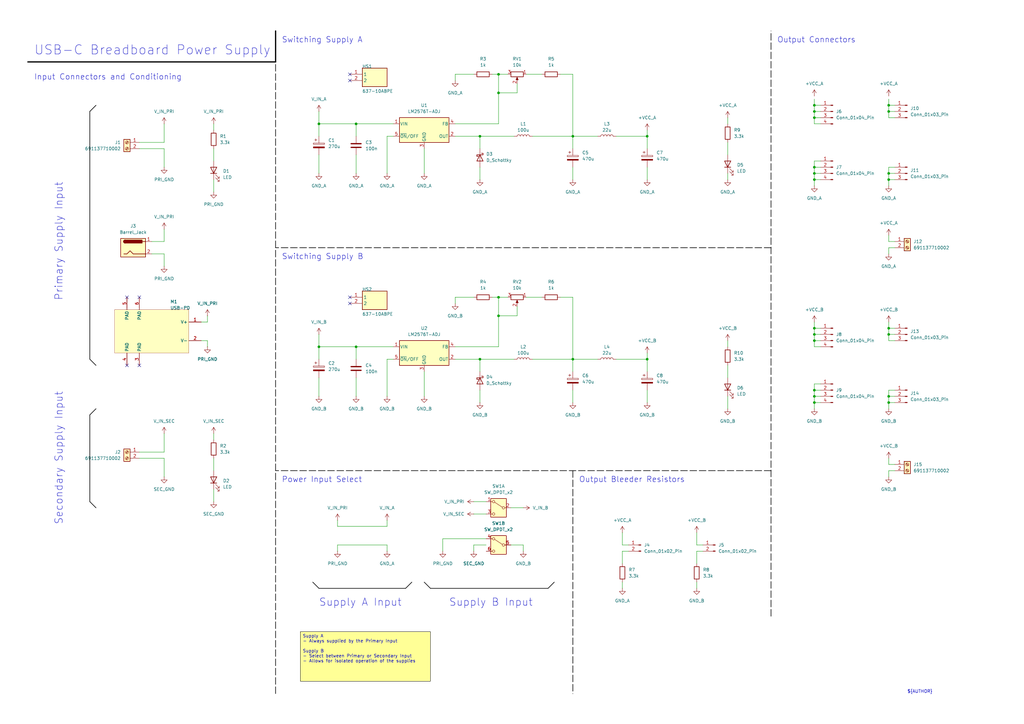
<source format=kicad_sch>
(kicad_sch (version 20250114) (generator "eeschema") (generator_version "9.0")
  (paper "A3")
  (text "Primary Supply Input" (at 24.13 99.06 90) (effects (font (size 3.048 3.048))))
  (text "Secondary Supply Input" (at 24.13 187.96 90) (effects (font (size 3.048 3.048))))
  (text "Switching Supply A" (at 115.57 17.78 0) (effects (font (size 2.286 2.286)) (justify left bottom)))
  (text "Supply A Input" (at 130.81 248.92 0) (effects (font (size 3.048 3.048)) (justify left bottom)))
  (text "Switching Supply B" (at 115.57 106.68 0) (effects (font (size 2.286 2.286)) (justify left bottom)))
  (text "Output Bleeder Resistors" (at 237.49 198.12 0) (effects (font (size 2.286 2.286)) (justify left bottom)))
  (text "Input Connectors and Conditioning" (at 13.97 33.02 0) (effects (font (size 2.286 2.286)) (justify left bottom)))
  (text "Power Input Select" (at 115.57 198.12 0) (effects (font (size 2.286 2.286)) (justify left bottom)))
  (text "${TITLE}" (at 315.468 270.764 0) (effects (font (size 3.048 3.048)) (justify left bottom)))
  (text "${AUTHOR}" (at 372.11 284.48 0) (effects (font (size 1.27 1.27)) (justify left bottom)))
  (text "Output Connectors" (at 318.77 17.78 0) (effects (font (size 2.286 2.286)) (justify left bottom)))
  (text "USB-C Breadboard Power Supply" (at 13.97 22.86 0) (effects (font (size 3.81 3.81)) (justify left bottom)))
  (text "Supply B Input" (at 184.15 248.92 0) (effects (font (size 3.048 3.048)) (justify left bottom)))
  (text "${REVISION}" (at 382.524 278.638 0) (effects (font (size 2.286 2.286)) (justify left bottom)))
  (text_box "Supply A\n- Always supplied by the Primary Input\n\nSupply B\n- Select between Primary or Secondary Input\n- Allows for isolated operation of the supplies" (at 176.53 259.08 0) (size -53.34 20.32) (margins 0.9525 0.9525 0.9525 0.9525) (stroke (width 0) (color 0 0 0 1)) (fill (type color) (color 255 255 150 1)) (effects (font (size 1.27 1.27)) (justify left top)))
  (junction (at 364.49 73.66))
  (junction (at 234.95 147.32))
  (junction (at 204.47 30.48))
  (junction (at 334.01 71.12))
  (junction (at 334.01 48.26))
  (junction (at 364.49 45.72))
  (junction (at 334.01 137.16))
  (junction (at 204.47 38.1))
  (junction (at 265.43 147.32))
  (junction (at 204.47 129.54))
  (junction (at 204.47 121.92))
  (junction (at 146.05 142.24))
  (junction (at 334.01 45.72))
  (junction (at 334.01 134.62))
  (junction (at 364.49 134.62))
  (junction (at 196.85 147.32))
  (junction (at 364.49 71.12))
  (junction (at 334.01 139.7))
  (junction (at 334.01 43.18))
  (junction (at 196.85 55.88))
  (junction (at 130.81 142.24))
  (junction (at 334.01 165.1))
  (junction (at 130.81 50.8))
  (junction (at 364.49 162.56))
  (junction (at 364.49 165.1))
  (junction (at 234.95 55.88))
  (junction (at 334.01 68.58))
  (junction (at 364.49 137.16))
  (junction (at 146.05 50.8))
  (junction (at 334.01 160.02))
  (junction (at 265.43 55.88))
  (junction (at 334.01 162.56))
  (junction (at 334.01 73.66))
  (junction (at 364.49 43.18))
  (no_connect (at 57.15 149.86))
  (no_connect (at 143.51 124.46))
  (no_connect (at 143.51 121.92))
  (no_connect (at 57.15 121.92))
  (no_connect (at 52.07 149.86))
  (no_connect (at 52.07 121.92))
  (no_connect (at 143.51 30.48))
  (no_connect (at 143.51 33.02))
  (wire (pts (xy 130.81 137.16) (xy 130.81 142.24)))
  (wire (pts (xy 367.03 193.04) (xy 364.49 193.04)))
  (wire (pts (xy 336.55 68.58) (xy 334.01 68.58)))
  (wire (pts (xy 204.47 30.48) (xy 208.28 30.48)))
  (wire (pts (xy 252.73 55.88) (xy 265.43 55.88)))
  (wire (pts (xy 334.01 142.24) (xy 336.55 142.24)))
  (wire (pts (xy 334.01 71.12) (xy 334.01 73.66)))
  (wire (pts (xy 255.27 241.3) (xy 255.27 238.76)))
  (wire (pts (xy 67.31 60.96) (xy 67.31 68.58)))
  (wire (pts (xy 146.05 142.24) (xy 146.05 147.32)))
  (wire (pts (xy 87.63 73.66) (xy 87.63 78.74)))
  (wire (pts (xy 364.49 190.5) (xy 364.49 187.96)))
  (wire (pts (xy 334.01 43.18) (xy 334.01 45.72)))
  (wire (pts (xy 218.44 147.32) (xy 234.95 147.32)))
  (polyline (pts (xy 36.83 147.32) (xy 39.37 149.86)) (stroke (width 0.254) (type solid) (color 0 0 0 1)))
  (wire (pts (xy 336.55 157.48) (xy 334.01 157.48)))
  (wire (pts (xy 67.31 99.06) (xy 62.23 99.06)))
  (wire (pts (xy 67.31 93.98) (xy 67.31 99.06)))
  (wire (pts (xy 85.09 139.7) (xy 82.55 139.7)))
  (wire (pts (xy 364.49 132.08) (xy 364.49 134.62)))
  (wire (pts (xy 334.01 134.62) (xy 336.55 134.62)))
  (wire (pts (xy 215.9 30.48) (xy 222.25 30.48)))
  (polyline (pts (xy 36.83 45.72) (xy 36.83 147.32)) (stroke (width 0.254) (type solid) (color 0 0 0 1)))
  (wire (pts (xy 255.27 226.06) (xy 257.81 226.06)))
  (wire (pts (xy 87.63 177.8) (xy 87.63 180.34)))
  (wire (pts (xy 234.95 147.32) (xy 234.95 152.4)))
  (wire (pts (xy 298.45 149.86) (xy 298.45 154.94)))
  (wire (pts (xy 158.75 55.88) (xy 161.29 55.88)))
  (wire (pts (xy 196.85 60.96) (xy 196.85 55.88)))
  (wire (pts (xy 364.49 43.18) (xy 364.49 45.72)))
  (wire (pts (xy 57.15 58.42) (xy 67.31 58.42)))
  (polyline (pts (xy 36.83 205.74) (xy 39.37 208.28)) (stroke (width 0.254) (type solid) (color 0 0 0 1)))
  (wire (pts (xy 186.69 142.24) (xy 204.47 142.24)))
  (wire (pts (xy 199.39 223.52) (xy 194.31 223.52)))
  (wire (pts (xy 336.55 66.04) (xy 334.01 66.04)))
  (wire (pts (xy 265.43 68.58) (xy 265.43 73.66)))
  (wire (pts (xy 158.75 215.9) (xy 158.75 213.36)))
  (wire (pts (xy 245.11 147.32) (xy 234.95 147.32)))
  (polyline (pts (xy 316.23 193.04) (xy 113.03 193.04)) (stroke (width 0.254) (type dash) (color 0 0 0 1)))
  (wire (pts (xy 364.49 134.62) (xy 367.03 134.62)))
  (wire (pts (xy 196.85 160.02) (xy 196.85 165.1)))
  (wire (pts (xy 138.43 215.9) (xy 158.75 215.9)))
  (wire (pts (xy 334.01 68.58) (xy 334.01 71.12)))
  (wire (pts (xy 298.45 71.12) (xy 298.45 73.66)))
  (wire (pts (xy 214.63 223.52) (xy 214.63 226.06)))
  (wire (pts (xy 336.55 71.12) (xy 334.01 71.12)))
  (wire (pts (xy 201.93 30.48) (xy 204.47 30.48)))
  (wire (pts (xy 204.47 142.24) (xy 204.47 129.54)))
  (wire (pts (xy 265.43 152.4) (xy 265.43 147.32)))
  (wire (pts (xy 158.75 226.06) (xy 158.75 223.52)))
  (wire (pts (xy 146.05 50.8) (xy 146.05 55.88)))
  (wire (pts (xy 57.15 185.42) (xy 67.31 185.42)))
  (wire (pts (xy 367.03 73.66) (xy 364.49 73.66)))
  (wire (pts (xy 255.27 218.44) (xy 255.27 223.52)))
  (wire (pts (xy 130.81 50.8) (xy 146.05 50.8)))
  (wire (pts (xy 334.01 45.72) (xy 336.55 45.72)))
  (wire (pts (xy 204.47 121.92) (xy 208.28 121.92)))
  (wire (pts (xy 146.05 50.8) (xy 161.29 50.8)))
  (wire (pts (xy 186.69 147.32) (xy 196.85 147.32)))
  (wire (pts (xy 87.63 187.96) (xy 87.63 193.04)))
  (wire (pts (xy 334.01 157.48) (xy 334.01 160.02)))
  (wire (pts (xy 285.75 218.44) (xy 285.75 223.52)))
  (polyline (pts (xy 39.37 43.18) (xy 36.83 45.72)) (stroke (width 0.254) (type solid) (color 0 0 0 1)))
  (wire (pts (xy 367.03 101.6) (xy 364.49 101.6)))
  (wire (pts (xy 173.99 162.56) (xy 173.99 152.4)))
  (wire (pts (xy 138.43 213.36) (xy 138.43 215.9)))
  (wire (pts (xy 212.09 125.73) (xy 212.09 129.54)))
  (wire (pts (xy 209.55 223.52) (xy 214.63 223.52)))
  (polyline (pts (xy 316.23 252.73) (xy 316.23 12.7)) (stroke (width 0.254) (type dash) (color 0 0 0 1)))
  (wire (pts (xy 186.69 50.8) (xy 204.47 50.8)))
  (wire (pts (xy 146.05 154.94) (xy 146.05 162.56)))
  (wire (pts (xy 265.43 160.02) (xy 265.43 165.1)))
  (wire (pts (xy 158.75 223.52) (xy 138.43 223.52)))
  (wire (pts (xy 336.55 73.66) (xy 334.01 73.66)))
  (polyline (pts (xy 316.23 101.6) (xy 113.03 101.6)) (stroke (width 0.254) (type dash) (color 0 0 0 1)))
  (wire (pts (xy 298.45 48.26) (xy 298.45 50.8)))
  (wire (pts (xy 234.95 68.58) (xy 234.95 73.66)))
  (wire (pts (xy 364.49 45.72) (xy 367.03 45.72)))
  (wire (pts (xy 334.01 73.66) (xy 334.01 76.2)))
  (wire (pts (xy 57.15 187.96) (xy 67.31 187.96)))
  (wire (pts (xy 194.31 210.82) (xy 199.39 210.82)))
  (polyline (pts (xy 166.37 241.3) (xy 168.91 238.76)) (stroke (width 0.254) (type solid) (color 0 0 0 1)))
  (polyline (pts (xy 113.03 284.48) (xy 113.03 25.4)) (stroke (width 0.254) (type dash) (color 0 0 0 1)))
  (wire (pts (xy 367.03 190.5) (xy 364.49 190.5)))
  (wire (pts (xy 298.45 162.56) (xy 298.45 167.64)))
  (wire (pts (xy 364.49 45.72) (xy 364.49 48.26)))
  (wire (pts (xy 364.49 101.6) (xy 364.49 104.14)))
  (wire (pts (xy 196.85 147.32) (xy 210.82 147.32)))
  (wire (pts (xy 130.81 63.5) (xy 130.81 71.12)))
  (polyline (pts (xy 173.99 238.76) (xy 176.53 241.3)) (stroke (width 0.254) (type solid) (color 0 0 0 1)))
  (wire (pts (xy 364.49 162.56) (xy 364.49 165.1)))
  (wire (pts (xy 336.55 160.02) (xy 334.01 160.02)))
  (wire (pts (xy 364.49 48.26) (xy 367.03 48.26)))
  (wire (pts (xy 285.75 226.06) (xy 285.75 231.14)))
  (wire (pts (xy 364.49 137.16) (xy 364.49 139.7)))
  (polyline (pts (xy 113.03 25.4) (xy 113.03 12.7)) (stroke (width 0.508) (type solid) (color 0 0 0 1)))
  (wire (pts (xy 204.47 50.8) (xy 204.47 38.1)))
  (wire (pts (xy 87.63 60.96) (xy 87.63 66.04)))
  (wire (pts (xy 367.03 99.06) (xy 364.49 99.06)))
  (wire (pts (xy 199.39 205.74) (xy 194.31 205.74)))
  (wire (pts (xy 285.75 223.52) (xy 288.29 223.52)))
  (wire (pts (xy 334.01 48.26) (xy 334.01 50.8)))
  (wire (pts (xy 181.61 220.98) (xy 181.61 226.06)))
  (polyline (pts (xy 176.53 241.3) (xy 224.79 241.3)) (stroke (width 0.254) (type solid) (color 0 0 0 1)))
  (wire (pts (xy 334.01 162.56) (xy 334.01 165.1)))
  (wire (pts (xy 87.63 50.8) (xy 87.63 53.34)))
  (wire (pts (xy 67.31 109.22) (xy 67.31 104.14)))
  (wire (pts (xy 229.87 30.48) (xy 234.95 30.48)))
  (wire (pts (xy 173.99 60.96) (xy 173.99 71.12)))
  (wire (pts (xy 214.63 208.28) (xy 209.55 208.28)))
  (wire (pts (xy 367.03 71.12) (xy 364.49 71.12)))
  (wire (pts (xy 57.15 60.96) (xy 67.31 60.96)))
  (wire (pts (xy 364.49 165.1) (xy 364.49 167.64)))
  (wire (pts (xy 218.44 55.88) (xy 234.95 55.88)))
  (wire (pts (xy 288.29 226.06) (xy 285.75 226.06)))
  (wire (pts (xy 130.81 142.24) (xy 146.05 142.24)))
  (polyline (pts (xy 39.37 167.64) (xy 36.83 170.18)) (stroke (width 0.254) (type solid) (color 0 0 0 1)))
  (wire (pts (xy 364.49 73.66) (xy 364.49 76.2)))
  (wire (pts (xy 334.01 137.16) (xy 336.55 137.16)))
  (wire (pts (xy 334.01 40.64) (xy 334.01 43.18)))
  (wire (pts (xy 367.03 165.1) (xy 364.49 165.1)))
  (wire (pts (xy 234.95 55.88) (xy 234.95 60.96)))
  (wire (pts (xy 196.85 152.4) (xy 196.85 147.32)))
  (wire (pts (xy 334.01 43.18) (xy 336.55 43.18)))
  (wire (pts (xy 334.01 139.7) (xy 336.55 139.7)))
  (wire (pts (xy 265.43 60.96) (xy 265.43 55.88)))
  (wire (pts (xy 186.69 30.48) (xy 186.69 33.02)))
  (polyline (pts (xy 130.81 241.3) (xy 166.37 241.3)) (stroke (width 0.254) (type solid) (color 0 0 0 1)))
  (wire (pts (xy 138.43 223.52) (xy 138.43 226.06)))
  (wire (pts (xy 367.03 162.56) (xy 364.49 162.56)))
  (wire (pts (xy 245.11 55.88) (xy 234.95 55.88)))
  (wire (pts (xy 367.03 160.02) (xy 364.49 160.02)))
  (wire (pts (xy 158.75 147.32) (xy 158.75 162.56)))
  (wire (pts (xy 186.69 30.48) (xy 194.31 30.48)))
  (wire (pts (xy 85.09 142.24) (xy 85.09 139.7)))
  (wire (pts (xy 85.09 132.08) (xy 85.09 129.54)))
  (wire (pts (xy 204.47 129.54) (xy 204.47 121.92)))
  (wire (pts (xy 146.05 63.5) (xy 146.05 71.12)))
  (wire (pts (xy 364.49 43.18) (xy 367.03 43.18)))
  (wire (pts (xy 186.69 121.92) (xy 186.69 124.46)))
  (wire (pts (xy 194.31 223.52) (xy 194.31 226.06)))
  (wire (pts (xy 234.95 147.32) (xy 234.95 121.92)))
  (wire (pts (xy 364.49 137.16) (xy 367.03 137.16)))
  (polyline (pts (xy 128.27 238.76) (xy 130.81 241.3)) (stroke (width 0.254) (type solid) (color 0 0 0 1)))
  (wire (pts (xy 334.01 132.08) (xy 334.01 134.62)))
  (wire (pts (xy 334.01 139.7) (xy 334.01 142.24)))
  (wire (pts (xy 201.93 121.92) (xy 204.47 121.92)))
  (wire (pts (xy 285.75 238.76) (xy 285.75 241.3)))
  (wire (pts (xy 199.39 220.98) (xy 181.61 220.98)))
  (wire (pts (xy 255.27 231.14) (xy 255.27 226.06)))
  (wire (pts (xy 215.9 121.92) (xy 222.25 121.92)))
  (wire (pts (xy 364.49 134.62) (xy 364.49 137.16)))
  (wire (pts (xy 265.43 55.88) (xy 265.43 53.34)))
  (wire (pts (xy 130.81 142.24) (xy 130.81 147.32)))
  (wire (pts (xy 234.95 160.02) (xy 234.95 165.1)))
  (wire (pts (xy 158.75 55.88) (xy 158.75 71.12)))
  (wire (pts (xy 229.87 121.92) (xy 234.95 121.92)))
  (wire (pts (xy 334.01 45.72) (xy 334.01 48.26)))
  (wire (pts (xy 334.01 134.62) (xy 334.01 137.16)))
  (wire (pts (xy 196.85 68.58) (xy 196.85 73.66)))
  (wire (pts (xy 364.49 160.02) (xy 364.49 162.56)))
  (wire (pts (xy 186.69 55.88) (xy 196.85 55.88)))
  (wire (pts (xy 334.01 165.1) (xy 334.01 167.64)))
  (wire (pts (xy 334.01 160.02) (xy 334.01 162.56)))
  (wire (pts (xy 334.01 48.26) (xy 336.55 48.26)))
  (wire (pts (xy 82.55 132.08) (xy 85.09 132.08)))
  (wire (pts (xy 336.55 165.1) (xy 334.01 165.1)))
  (wire (pts (xy 364.49 68.58) (xy 364.49 71.12)))
  (polyline (pts (xy 234.95 193.04) (xy 234.95 284.48)) (stroke (width 0.254) (type dash) (color 0 0 0 1)))
  (wire (pts (xy 265.43 147.32) (xy 265.43 144.78)))
  (wire (pts (xy 212.09 34.29) (xy 212.09 38.1)))
  (wire (pts (xy 336.55 162.56) (xy 334.01 162.56)))
  (wire (pts (xy 334.01 137.16) (xy 334.01 139.7)))
  (wire (pts (xy 196.85 55.88) (xy 210.82 55.88)))
  (wire (pts (xy 67.31 58.42) (xy 67.31 50.8)))
  (polyline (pts (xy 224.79 241.3) (xy 227.33 238.76)) (stroke (width 0.254) (type solid) (color 0 0 0 1)))
  (wire (pts (xy 364.49 99.06) (xy 364.49 96.52)))
  (wire (pts (xy 252.73 147.32) (xy 265.43 147.32)))
  (wire (pts (xy 130.81 154.94) (xy 130.81 162.56)))
  (wire (pts (xy 298.45 58.42) (xy 298.45 63.5)))
  (wire (pts (xy 234.95 55.88) (xy 234.95 30.48)))
  (wire (pts (xy 255.27 223.52) (xy 257.81 223.52)))
  (wire (pts (xy 298.45 139.7) (xy 298.45 142.24)))
  (wire (pts (xy 364.49 139.7) (xy 367.03 139.7)))
  (wire (pts (xy 212.09 129.54) (xy 204.47 129.54)))
  (wire (pts (xy 186.69 121.92) (xy 194.31 121.92)))
  (polyline (pts (xy 36.83 170.18) (xy 36.83 205.74)) (stroke (width 0.254) (type solid) (color 0 0 0 1)))
  (wire (pts (xy 146.05 142.24) (xy 161.29 142.24)))
  (wire (pts (xy 334.01 50.8) (xy 336.55 50.8)))
  (wire (pts (xy 364.49 193.04) (xy 364.49 195.58)))
  (wire (pts (xy 367.03 68.58) (xy 364.49 68.58)))
  (wire (pts (xy 67.31 187.96) (xy 67.31 195.58)))
  (wire (pts (xy 67.31 185.42) (xy 67.31 177.8)))
  (wire (pts (xy 364.49 71.12) (xy 364.49 73.66)))
  (wire (pts (xy 130.81 50.8) (xy 130.81 55.88)))
  (wire (pts (xy 204.47 38.1) (xy 204.47 30.48)))
  (wire (pts (xy 130.81 45.72) (xy 130.81 50.8)))
  (wire (pts (xy 334.01 66.04) (xy 334.01 68.58)))
  (wire (pts (xy 158.75 147.32) (xy 161.29 147.32)))
  (polyline (pts (xy 11.43 25.4) (xy 113.03 25.4)) (stroke (width 0.508) (type solid) (color 0 0 0 1)))
  (wire (pts (xy 364.49 40.64) (xy 364.49 43.18)))
  (wire (pts (xy 67.31 104.14) (xy 62.23 104.14)))
  (wire (pts (xy 87.63 200.66) (xy 87.63 205.74)))
  (wire (pts (xy 212.09 38.1) (xy 204.47 38.1)))
  (symbol (lib_id "power:GND") (at 234.95 73.66 0) (unit 1)
    (property "Reference" "#PWR037" (effects (hide yes)))
    (property "Value" "GND_A" (at 234.95 78.74 0))
    (property "Description" "Power symbol creates a global label with name \"GND\" , ground" (effects (hide yes)))
  )
  (symbol (lib_id "Connector:Conn_01x03_Pin") (at 372.11 162.56 0) (mirror y) (unit 1)
    (property "Reference" "J14" (at 373.38 161.2899 0) (effects (justify right)))
    (property "Value" "Conn_01x03_Pin" (at 373.38 163.8299 0) (effects (justify right)))
    (property "Footprint" "Connector_PinHeader_2.54mm:PinHeader_1x03_P2.54mm_Vertical" (effects (hide yes)))
    (property "Description" "Generic connector, single row, 01x03, script generated" (effects (hide yes)))
  )
  (symbol (lib_id "Connector:Screw_Terminal_01x02") (at 372.11 190.5 0) (unit 1)
    (property "Reference" "J15" (at 374.65 190.4999 0) (effects (justify left)))
    (property "Value" "691137710002" (at 374.65 193.0399 0) (effects (justify left)))
    (property "Footprint" "TerminalBlock_Phoenix:TerminalBlock_Phoenix_MKDS-1,5-2_1x02_P5.00mm_Horizontal" (effects (hide yes)))
    (property "Description" "Generic screw terminal, single row, 01x02, script generated (kicad-library-utils/schlib/autogen/connector/)" (effects (hide yes)))
  )
  (symbol (lib_id "Device:C_Polarized") (at 130.81 59.69 0) (unit 1)
    (property "Reference" "C1" (at 134.62 57.5309 0) (effects (justify left)))
    (property "Value" "270u" (at 134.62 60.0709 0) (effects (justify left)))
    (property "Footprint" "Capacitor_THT:CP_Radial_D8.0mm_P3.50mm" (effects (hide yes)))
    (property "Description" "Polarized capacitor" (effects (hide yes)))
  )
  (symbol (lib_id "power:GND") (at 364.49 167.64 0) (unit 1)
    (property "Reference" "#PWR060" (effects (hide yes)))
    (property "Value" "GND_B" (at 364.49 172.72 0))
    (property "Description" "Power symbol creates a global label with name \"GND\" , ground" (effects (hide yes)))
  )
  (symbol (lib_id "Device:LED") (at 87.63 196.85 90) (unit 1)
    (property "Reference" "D2" (at 91.44 197.1674 90) (effects (justify right)))
    (property "Value" "LED" (at 91.44 199.7074 90) (effects (justify right)))
    (property "Footprint" "LED_SMD:LED_0805_2012Metric" (effects (hide yes)))
    (property "Description" "Light emitting diode" (effects (hide yes)))
    (property "Sim.Pins" "1=K 2=A" (effects (hide yes)))
  )
  (symbol (lib_id "Device:R") (at 87.63 57.15 0) (unit 1)
    (property "Reference" "R1" (at 90.17 55.8799 0) (effects (justify left)))
    (property "Value" "3.3k" (at 90.17 58.4199 0) (effects (justify left)))
    (property "Footprint" "Resistor_SMD:R_0805_2012Metric" (effects (hide yes)))
    (property "Description" "Resistor" (effects (hide yes)))
  )
  (symbol (lib_id "USB-C_Power_Supply-altium-import:root_0_637-10ABPE") (at 143.51 30.48 0) (unit 1)
    (property "Reference" "HS1" (at 148.59 27.94 0) (effects (justify left bottom)))
    (property "Value" "637-10ABPE" (at 148.59 38.1 0) (effects (justify left bottom)))
    (property "Footprint" "USB-C Supply:63710ABPE" (effects (hide yes)))
    (property "Description" "Undefined or Miscellaneous" (effects (hide yes)))
    (property "DATASHEET LINK" "https://media.digikey.com/pdf/Data%20Sheets/Wakefield%20Thermal%20PDFs/634%20Heat%20Sinks.pdf" (effects (hide yes)))
    (property "HEIGHT" "25.4mm" (effects (hide yes)))
    (property "MANUFACTURER_NAME" "Wakefield Thermal" (effects (hide yes)))
    (property "MANUFACTURER_PART_NUMBER" "637-10ABPE" (effects (hide yes)))
    (property "MOUSER PART NUMBER" "567-637-10ABPE" (effects (hide yes)))
    (property "MOUSER PRICE/STOCK" "https://www.mouser.co.uk/ProductDetail/Wakefield-Vette/637-10ABPE?qs=1%252ByrAFyf4wFy1bU0h8s7wA%3D%3D" (effects (hide yes)))
  )
  (symbol (lib_id "Device:LED") (at 298.45 158.75 90) (unit 1)
    (property "Reference" "D6" (at 302.26 159.0674 90) (effects (justify right)))
    (property "Value" "LED" (at 302.26 161.6074 90) (effects (justify right)))
    (property "Footprint" "LED_SMD:LED_0805_2012Metric" (effects (hide yes)))
    (property "Description" "Light emitting diode" (effects (hide yes)))
    (property "Sim.Pins" "1=K 2=A" (effects (hide yes)))
  )
  (symbol (lib_id "power:+1V0") (at 364.49 187.96 0) (unit 1)
    (property "Reference" "#PWR061" (effects (hide yes)))
    (property "Value" "+VCC_B" (at 364.49 182.88 0))
    (property "Description" "Power symbol creates a global label with name \"+1V0\"" (effects (hide yes)))
  )
  (symbol (lib_id "power:GND") (at 173.99 162.56 0) (unit 1)
    (property "Reference" "#PWR026" (effects (hide yes)))
    (property "Value" "GND_B" (at 173.99 167.64 0))
    (property "Description" "Power symbol creates a global label with name \"GND\" , ground" (effects (hide yes)))
  )
  (symbol (lib_id "power:+1V0") (at 85.09 129.54 0) (unit 1)
    (property "Reference" "#PWR07" (effects (hide yes)))
    (property "Value" "V_IN_PRI" (at 85.09 124.46 0))
    (property "Description" "Power symbol creates a global label with name \"+1V0\"" (effects (hide yes)))
  )
  (symbol (lib_id "Device:C") (at 146.05 151.13 0) (unit 1)
    (property "Reference" "C4" (at 149.86 149.8599 0) (effects (justify left)))
    (property "Value" "100n" (at 149.86 152.3999 0) (effects (justify left)))
    (property "Footprint" "Capacitor_SMD:C_0805_2012Metric" (effects (hide yes)))
    (property "Description" "Unpolarized capacitor" (effects (hide yes)))
  )
  (symbol (lib_id "power:GND") (at 67.31 109.22 0) (unit 1)
    (property "Reference" "#PWR04" (effects (hide yes)))
    (property "Value" "PRI_GND" (at 67.31 114.3 0))
    (property "Description" "Power symbol creates a global label with name \"GND\" , ground" (effects (hide yes)))
  )
  (symbol (lib_id "Device:R") (at 87.63 184.15 0) (unit 1)
    (property "Reference" "R2" (at 90.17 182.8799 0) (effects (justify left)))
    (property "Value" "3.3k" (at 90.17 185.4199 0) (effects (justify left)))
    (property "Footprint" "Resistor_SMD:R_0805_2012Metric" (effects (hide yes)))
    (property "Description" "Resistor" (effects (hide yes)))
  )
  (symbol (lib_id "power:+1V0") (at 87.63 177.8 0) (unit 1)
    (property "Reference" "#PWR011" (effects (hide yes)))
    (property "Value" "V_IN_SEC" (at 87.63 172.72 0))
    (property "Description" "Power symbol creates a global label with name \"+1V0\"" (effects (hide yes)))
  )
  (symbol (lib_id "power:GND") (at 87.63 78.74 0) (unit 1)
    (property "Reference" "#PWR010" (effects (hide yes)))
    (property "Value" "PRI_GND" (at 87.63 83.82 0))
    (property "Description" "Power symbol creates a global label with name \"GND\" , ground" (effects (hide yes)))
  )
  (symbol (lib_id "power:+1V0") (at 255.27 218.44 0) (unit 1)
    (property "Reference" "#PWR039" (effects (hide yes)))
    (property "Value" "+VCC_A" (at 255.27 213.36 0))
    (property "Description" "Power symbol creates a global label with name \"+1V0\"" (effects (hide yes)))
  )
  (symbol (lib_id "Device:R") (at 198.12 121.92 90) (unit 1)
    (property "Reference" "R4" (at 198.12 115.57 90))
    (property "Value" "1k" (at 198.12 118.11 90))
    (property "Footprint" "Resistor_SMD:R_0805_2012Metric" (effects (hide yes)))
    (property "Description" "Resistor" (effects (hide yes)))
  )
  (symbol (lib_id "Device:R") (at 226.06 121.92 90) (unit 1)
    (property "Reference" "R6" (at 226.06 115.57 90))
    (property "Value" "1k" (at 226.06 118.11 90))
    (property "Footprint" "Resistor_SMD:R_0805_2012Metric" (effects (hide yes)))
    (property "Description" "Resistor" (effects (hide yes)))
  )
  (symbol (lib_id "power:GND") (at 146.05 162.56 0) (unit 1)
    (property "Reference" "#PWR020" (effects (hide yes)))
    (property "Value" "GND_B" (at 146.05 167.64 0))
    (property "Description" "Power symbol creates a global label with name \"GND\" , ground" (effects (hide yes)))
  )
  (symbol (lib_id "Device:R") (at 255.27 234.95 0) (unit 1)
    (property "Reference" "R7" (at 257.81 233.6799 0) (effects (justify left)))
    (property "Value" "3.3k" (at 257.81 236.2199 0) (effects (justify left)))
    (property "Footprint" "Resistor_SMD:R_0805_2012Metric" (effects (hide yes)))
    (property "Description" "Resistor" (effects (hide yes)))
  )
  (symbol (lib_id "Device:L") (at 248.92 147.32 90) (unit 1)
    (property "Reference" "L4" (at 248.92 142.24 90))
    (property "Value" "22u" (at 248.92 144.78 90))
    (property "Footprint" "Inductor_SMD:L_APV_ANR5020" (effects (hide yes)))
    (property "Description" "Inductor" (effects (hide yes)))
  )
  (symbol (lib_id "Connector:Barrel_Jack") (at 54.61 101.6 0) (unit 1)
    (property "Reference" "J3" (at 54.61 92.71 0))
    (property "Value" "Barrel_Jack" (at 54.61 95.25 0))
    (property "Footprint" "Connector_BarrelJack:BarrelJack_CUI_PJ-063AH_Horizontal" (effects (hide yes)))
    (property "Description" "DC Barrel Jack" (effects (hide yes)))
  )
  (symbol (lib_id "power:GND") (at 364.49 104.14 0) (unit 1)
    (property "Reference" "#PWR058" (effects (hide yes)))
    (property "Value" "GND_A" (at 364.49 109.22 0))
    (property "Description" "Power symbol creates a global label with name \"GND\" , ground" (effects (hide yes)))
  )
  (symbol (lib_id "Device:C_Polarized") (at 130.81 151.13 0) (unit 1)
    (property "Reference" "C2" (at 134.62 148.9709 0) (effects (justify left)))
    (property "Value" "270u" (at 134.62 151.5109 0) (effects (justify left)))
    (property "Footprint" "Capacitor_THT:CP_Radial_D8.0mm_P3.50mm" (effects (hide yes)))
    (property "Description" "Polarized capacitor" (effects (hide yes)))
  )
  (symbol (lib_id "Device:R") (at 298.45 54.61 0) (unit 1)
    (property "Reference" "R9" (at 300.99 53.3399 0) (effects (justify left)))
    (property "Value" "3.3k" (at 300.99 55.8799 0) (effects (justify left)))
    (property "Footprint" "Resistor_SMD:R_0805_2012Metric" (effects (hide yes)))
    (property "Description" "Resistor" (effects (hide yes)))
  )
  (symbol (lib_id "power:+1V0") (at 194.31 210.82 90) (unit 1)
    (property "Reference" "#PWR031" (effects (hide yes)))
    (property "Value" "V_IN_SEC" (at 190.5 210.8199 90) (effects (justify left)))
    (property "Description" "Power symbol creates a global label with name \"+1V0\"" (effects (hide yes)))
  )
  (symbol (lib_id "power:+1V0") (at 334.01 132.08 0) (unit 1)
    (property "Reference" "#PWR053" (effects (hide yes)))
    (property "Value" "+VCC_B" (at 334.01 127 0))
    (property "Description" "Power symbol creates a global label with name \"+1V0\"" (effects (hide yes)))
  )
  (symbol (lib_id "power:GND") (at 265.43 73.66 0) (unit 1)
    (property "Reference" "#PWR042" (effects (hide yes)))
    (property "Value" "GND_A" (at 265.43 78.74 0))
    (property "Description" "Power symbol creates a global label with name \"GND\" , ground" (effects (hide yes)))
  )
  (symbol (lib_id "power:GND") (at 146.05 71.12 0) (unit 1)
    (property "Reference" "#PWR019" (effects (hide yes)))
    (property "Value" "GND_A" (at 146.05 76.2 0))
    (property "Description" "Power symbol creates a global label with name \"GND\" , ground" (effects (hide yes)))
  )
  (symbol (lib_id "power:+1V0") (at 130.81 45.72 0) (unit 1)
    (property "Reference" "#PWR013" (effects (hide yes)))
    (property "Value" "V_IN_A" (at 130.81 40.64 0))
    (property "Description" "Power symbol creates a global label with name \"+1V0\"" (effects (hide yes)))
  )
  (symbol (lib_id "power:GND") (at 138.43 226.06 0) (unit 1)
    (property "Reference" "#PWR018" (effects (hide yes)))
    (property "Value" "PRI_GND" (at 138.43 231.14 0))
    (property "Description" "Power symbol creates a global label with name \"GND\" , ground" (effects (hide yes)))
  )
  (symbol (lib_id "Connector:Conn_01x03_Pin") (at 372.11 45.72 0) (mirror y) (unit 1)
    (property "Reference" "J10" (at 373.38 44.4499 0) (effects (justify right)))
    (property "Value" "Conn_01x03_Pin" (at 373.38 46.9899 0) (effects (justify right)))
    (property "Footprint" "Connector_PinHeader_2.54mm:PinHeader_1x03_P2.54mm_Vertical" (effects (hide yes)))
    (property "Description" "Generic connector, single row, 01x03, script generated" (effects (hide yes)))
  )
  (symbol (lib_id "power:+1V0") (at 364.49 132.08 0) (unit 1)
    (property "Reference" "#PWR059" (effects (hide yes)))
    (property "Value" "+VCC_B" (at 364.49 127 0))
    (property "Description" "Power symbol creates a global label with name \"+1V0\"" (effects (hide yes)))
  )
  (symbol (lib_id "power:GND") (at 158.75 226.06 0) (unit 1)
    (property "Reference" "#PWR024" (effects (hide yes)))
    (property "Value" "GND_A" (at 158.75 231.14 0))
    (property "Description" "Power symbol creates a global label with name \"GND\" , ground" (effects (hide yes)))
  )
  (symbol (lib_id "power:GND") (at 186.69 124.46 0) (unit 1)
    (property "Reference" "#PWR029" (effects (hide yes)))
    (property "Value" "GND_B" (at 186.69 129.54 0))
    (property "Description" "Power symbol creates a global label with name \"GND\" , ground" (effects (hide yes)))
  )
  (symbol (lib_id "Connector:Screw_Terminal_01x02") (at 372.11 99.06 0) (unit 1)
    (property "Reference" "J12" (at 374.65 99.0599 0) (effects (justify left)))
    (property "Value" "691137710002" (at 374.65 101.5999 0) (effects (justify left)))
    (property "Footprint" "TerminalBlock_Phoenix:TerminalBlock_Phoenix_MKDS-1,5-2_1x02_P5.00mm_Horizontal" (effects (hide yes)))
    (property "Description" "Generic screw terminal, single row, 01x02, script generated (kicad-library-utils/schlib/autogen/connector/)" (effects (hide yes)))
  )
  (symbol (lib_id "Device:C_Polarized") (at 234.95 64.77 0) (unit 1)
    (property "Reference" "C5" (at 238.76 62.6109 0) (effects (justify left)))
    (property "Value" "470u" (at 238.76 65.1509 0) (effects (justify left)))
    (property "Footprint" "Capacitor_THT:CP_Radial_D8.0mm_P3.50mm" (effects (hide yes)))
    (property "Description" "Polarized capacitor" (effects (hide yes)))
  )
  (symbol (lib_id "Device:R") (at 298.45 146.05 0) (unit 1)
    (property "Reference" "R10" (at 300.99 144.7799 0) (effects (justify left)))
    (property "Value" "3.3k" (at 300.99 147.3199 0) (effects (justify left)))
    (property "Footprint" "Resistor_SMD:R_0805_2012Metric" (effects (hide yes)))
    (property "Description" "Resistor" (effects (hide yes)))
  )
  (symbol (lib_id "Connector:Conn_01x04_Pin") (at 341.63 160.02 0) (mirror y) (unit 1)
    (property "Reference" "J9" (at 342.9 160.0199 0) (effects (justify right)))
    (property "Value" "Conn_01x04_Pin" (at 342.9 162.5599 0) (effects (justify right)))
    (property "Footprint" "Connector_PinHeader_2.54mm:PinHeader_1x04_P2.54mm_Vertical" (effects (hide yes)))
    (property "Description" "Generic connector, single row, 01x04, script generated" (effects (hide yes)))
  )
  (symbol (lib_id "power:+1V0") (at 265.43 53.34 0) (unit 1)
    (property "Reference" "#PWR041" (effects (hide yes)))
    (property "Value" "+VCC_A" (at 265.43 48.26 0))
    (property "Description" "Power symbol creates a global label with name \"+1V0\"" (effects (hide yes)))
  )
  (symbol (lib_id "power:GND") (at 334.01 76.2 0) (unit 1)
    (property "Reference" "#PWR052" (effects (hide yes)))
    (property "Value" "GND_A" (at 334.01 81.28 0))
    (property "Description" "Power symbol creates a global label with name \"GND\" , ground" (effects (hide yes)))
  )
  (symbol (lib_id "power:GND") (at 158.75 162.56 0) (unit 1)
    (property "Reference" "#PWR022" (effects (hide yes)))
    (property "Value" "GND_B" (at 158.75 167.64 0))
    (property "Description" "Power symbol creates a global label with name \"GND\" , ground" (effects (hide yes)))
  )
  (symbol (lib_id "power:+1V0") (at 334.01 39.37 0) (unit 1)
    (property "Reference" "#PWR051" (effects (hide yes)))
    (property "Value" "+VCC_A" (at 334.01 34.29 0))
    (property "Description" "Power symbol creates a global label with name \"+1V0\"" (effects (hide yes)))
  )
  (symbol (lib_id "Connector:Conn_01x03_Pin") (at 372.11 71.12 0) (mirror y) (unit 1)
    (property "Reference" "J11" (at 373.38 69.8499 0) (effects (justify right)))
    (property "Value" "Conn_01x03_Pin" (at 373.38 72.3899 0) (effects (justify right)))
    (property "Footprint" "Connector_PinHeader_2.54mm:PinHeader_1x03_P2.54mm_Vertical" (effects (hide yes)))
    (property "Description" "Generic connector, single row, 01x03, script generated" (effects (hide yes)))
  )
  (symbol (lib_id "power:+1V0") (at 67.31 93.98 0) (unit 1)
    (property "Reference" "#PWR03" (effects (hide yes)))
    (property "Value" "V_IN_PRI" (at 67.31 88.9 0))
    (property "Description" "Power symbol creates a global label with name \"+1V0\"" (effects (hide yes)))
  )
  (symbol (lib_id "power:GND") (at 181.61 226.06 0) (unit 1)
    (property "Reference" "#PWR027" (effects (hide yes)))
    (property "Value" "PRI_GND" (at 181.61 231.14 0))
    (property "Description" "Power symbol creates a global label with name \"GND\" , ground" (effects (hide yes)))
  )
  (symbol (lib_id "power:GND") (at 196.85 165.1 0) (unit 1)
    (property "Reference" "#PWR034" (effects (hide yes)))
    (property "Value" "GND_B" (at 196.85 170.18 0))
    (property "Description" "Power symbol creates a global label with name \"GND\" , ground" (effects (hide yes)))
  )
  (symbol (lib_id "power:GND") (at 67.31 195.58 0) (unit 1)
    (property "Reference" "#PWR06" (effects (hide yes)))
    (property "Value" "SEC_GND" (at 67.31 200.66 0))
    (property "Description" "Power symbol creates a global label with name \"GND\" , ground" (effects (hide yes)))
  )
  (symbol (lib_id "power:GND") (at 285.75 241.3 0) (unit 1)
    (property "Reference" "#PWR046" (effects (hide yes)))
    (property "Value" "GND_B" (at 285.75 246.38 0))
    (property "Description" "Power symbol creates a global label with name \"GND\" , ground" (effects (hide yes)))
  )
  (symbol (lib_id "power:GND") (at 234.95 165.1 0) (unit 1)
    (property "Reference" "#PWR038" (effects (hide yes)))
    (property "Value" "GND_B" (at 234.95 170.18 0))
    (property "Description" "Power symbol creates a global label with name \"GND\" , ground" (effects (hide yes)))
  )
  (symbol (lib_id "power:+1V0") (at 158.75 213.36 0) (unit 1)
    (property "Reference" "#PWR023" (effects (hide yes)))
    (property "Value" "V_IN_A" (at 158.75 208.28 0))
    (property "Description" "Power symbol creates a global label with name \"+1V0\"" (effects (hide yes)))
  )
  (symbol (lib_id "Connector:Screw_Terminal_01x02") (at 52.07 58.42 0) (mirror y) (unit 1)
    (property "Reference" "J1" (at 49.53 58.4199 0) (effects (justify left)))
    (property "Value" "691137710002" (at 49.53 60.9599 0) (effects (justify left)))
    (property "Footprint" "TerminalBlock_Phoenix:TerminalBlock_Phoenix_MKDS-1,5-2_1x02_P5.00mm_Horizontal" (effects (hide yes)))
    (property "Description" "Generic screw terminal, single row, 01x02, script generated (kicad-library-utils/schlib/autogen/connector/)" (effects (hide yes)))
  )
  (symbol (lib_id "Device:R_Potentiometer") (at 212.09 30.48 270) (unit 1)
    (property "Reference" "RV1" (at 212.09 24.13 90))
    (property "Value" "10k" (at 212.09 26.67 90))
    (property "Footprint" "Potentiometer_THT:Potentiometer_Vishay_T73YP_Vertical" (effects (hide yes)))
    (property "Description" "Potentiometer" (effects (hide yes)))
  )
  (symbol (lib_id "power:GND") (at 196.85 73.66 0) (unit 1)
    (property "Reference" "#PWR033" (effects (hide yes)))
    (property "Value" "GND_A" (at 196.85 78.74 0))
    (property "Description" "Power symbol creates a global label with name \"GND\" , ground" (effects (hide yes)))
  )
  (symbol (lib_id "power:GND") (at 298.45 73.66 0) (unit 1)
    (property "Reference" "#PWR048" (effects (hide yes)))
    (property "Value" "GND_A" (at 298.45 78.74 0))
    (property "Description" "Power symbol creates a global label with name \"GND\" , ground" (effects (hide yes)))
  )
  (symbol (lib_id "power:+1V0") (at 138.43 213.36 0) (unit 1)
    (property "Reference" "#PWR017" (effects (hide yes)))
    (property "Value" "V_IN_PRI" (at 138.43 208.28 0))
    (property "Description" "Power symbol creates a global label with name \"+1V0\"" (effects (hide yes)))
  )
  (symbol (lib_id "power:+1V0") (at 130.81 137.16 0) (unit 1)
    (property "Reference" "#PWR015" (effects (hide yes)))
    (property "Value" "V_IN_B" (at 130.81 132.08 0))
    (property "Description" "Power symbol creates a global label with name \"+1V0\"" (effects (hide yes)))
  )
  (symbol (lib_id "power:GND") (at 158.75 71.12 0) (unit 1)
    (property "Reference" "#PWR021" (effects (hide yes)))
    (property "Value" "GND_A" (at 158.75 76.2 0))
    (property "Description" "Power symbol creates a global label with name \"GND\" , ground" (effects (hide yes)))
  )
  (symbol (lib_id "power:+1V0") (at 285.75 218.44 0) (unit 1)
    (property "Reference" "#PWR045" (effects (hide yes)))
    (property "Value" "+VCC_B" (at 285.75 213.36 0))
    (property "Description" "Power symbol creates a global label with name \"+1V0\"" (effects (hide yes)))
  )
  (symbol (lib_id "power:+1V0") (at 67.31 177.8 0) (unit 1)
    (property "Reference" "#PWR05" (effects (hide yes)))
    (property "Value" "V_IN_SEC" (at 67.31 172.72 0))
    (property "Description" "Power symbol creates a global label with name \"+1V0\"" (effects (hide yes)))
  )
  (symbol (lib_id "Device:L") (at 214.63 55.88 90) (unit 1)
    (property "Reference" "L1" (at 214.63 50.8 90))
    (property "Value" "100u" (at 214.63 53.34 90))
    (property "Footprint" "Inductor_SMD:L_Bourns_SRR1210A" (effects (hide yes)))
    (property "Description" "Inductor" (effects (hide yes)))
  )
  (symbol (lib_id "power:GND") (at 87.63 205.74 0) (unit 1)
    (property "Reference" "#PWR012" (effects (hide yes)))
    (property "Value" "SEC_GND" (at 87.63 210.82 0))
    (property "Description" "Power symbol creates a global label with name \"GND\" , ground" (effects (hide yes)))
  )
  (symbol (lib_id "Device:D_Schottky") (at 196.85 156.21 270) (unit 1)
    (property "Reference" "D4" (at 199.39 154.6224 90) (effects (justify left)))
    (property "Value" "D_Schottky" (at 199.39 157.1624 90) (effects (justify left)))
    (property "Footprint" "Diode_SMD:D_SMA" (effects (hide yes)))
    (property "Description" "Schottky diode" (effects (hide yes)))
  )
  (symbol (lib_id "power:+1V0") (at 214.63 208.28 270) (unit 1)
    (property "Reference" "#PWR035" (effects (hide yes)))
    (property "Value" "V_IN_B" (at 218.44 208.2799 90) (effects (justify left)))
    (property "Description" "Power symbol creates a global label with name \"+1V0\"" (effects (hide yes)))
  )
  (symbol (lib_id "Device:L") (at 248.92 55.88 90) (unit 1)
    (property "Reference" "L3" (at 248.92 50.8 90))
    (property "Value" "22u" (at 248.92 53.34 90))
    (property "Footprint" "Inductor_SMD:L_APV_ANR5020" (effects (hide yes)))
    (property "Description" "Inductor" (effects (hide yes)))
  )
  (symbol (lib_id "Connector:Conn_01x04_Pin") (at 341.63 45.72 0) (mirror y) (unit 1)
    (property "Reference" "J6" (at 342.9 45.7199 0) (effects (justify right)))
    (property "Value" "Conn_01x04_Pin" (at 342.9 48.2599 0) (effects (justify right)))
    (property "Footprint" "Connector_PinHeader_2.54mm:PinHeader_1x04_P2.54mm_Vertical" (effects (hide yes)))
    (property "Description" "Generic connector, single row, 01x04, script generated" (effects (hide yes)))
  )
  (symbol (lib_id "USB-C_Power_Supply-altium-import:root_0_637-10ABPE") (at 143.51 121.92 0) (unit 1)
    (property "Reference" "HS2" (at 148.59 119.38 0) (effects (justify left bottom)))
    (property "Value" "637-10ABPE" (at 148.59 129.54 0) (effects (justify left bottom)))
    (property "Footprint" "USB-C Supply:63710ABPE" (effects (hide yes)))
    (property "Description" "Undefined or Miscellaneous" (effects (hide yes)))
    (property "DATASHEET LINK" "https://media.digikey.com/pdf/Data%20Sheets/Wakefield%20Thermal%20PDFs/634%20Heat%20Sinks.pdf" (effects (hide yes)))
    (property "HEIGHT" "25.4mm" (effects (hide yes)))
    (property "MANUFACTURER_NAME" "Wakefield Thermal" (effects (hide yes)))
    (property "MANUFACTURER_PART_NUMBER" "637-10ABPE" (effects (hide yes)))
    (property "MOUSER PART NUMBER" "567-637-10ABPE" (effects (hide yes)))
    (property "MOUSER PRICE/STOCK" "https://www.mouser.co.uk/ProductDetail/Wakefield-Vette/637-10ABPE?qs=1%252ByrAFyf4wFy1bU0h8s7wA%3D%3D" (effects (hide yes)))
  )
  (symbol (lib_id "power:GND") (at 364.49 76.2 0) (unit 1)
    (property "Reference" "#PWR056" (effects (hide yes)))
    (property "Value" "GND_A" (at 364.49 81.28 0))
    (property "Description" "Power symbol creates a global label with name \"GND\" , ground" (effects (hide yes)))
  )
  (symbol (lib_id "Device:C_Polarized") (at 265.43 64.77 0) (unit 1)
    (property "Reference" "C7" (at 269.24 62.6109 0) (effects (justify left)))
    (property "Value" "470u" (at 269.24 65.1509 0) (effects (justify left)))
    (property "Footprint" "Capacitor_THT:CP_Radial_D8.0mm_P3.50mm" (effects (hide yes)))
    (property "Description" "Polarized capacitor" (effects (hide yes)))
  )
  (symbol (lib_id "power:GND") (at 334.01 167.64 0) (unit 1)
    (property "Reference" "#PWR054" (effects (hide yes)))
    (property "Value" "GND_B" (at 334.01 172.72 0))
    (property "Description" "Power symbol creates a global label with name \"GND\" , ground" (effects (hide yes)))
  )
  (symbol (lib_id "USB-C_Power_Supply-altium-import:root_0_mirrored_USB-PD") (at 82.55 121.92 0) (unit 1)
    (property "Reference" "M1" (at 69.85 124.46 0) (effects (justify left bottom)))
    (property "Value" "USB-PD" (at 69.85 127 0) (effects (justify left bottom)))
    (property "Footprint" "USB-C Supply:USB_C-PD" (effects (hide yes)))
  )
  (symbol (lib_id "power:GND") (at 173.99 71.12 0) (unit 1)
    (property "Reference" "#PWR025" (effects (hide yes)))
    (property "Value" "GND_A" (at 173.99 76.2 0))
    (property "Description" "Power symbol creates a global label with name \"GND\" , ground" (effects (hide yes)))
  )
  (symbol (lib_id "Device:R_Potentiometer") (at 212.09 121.92 270) (unit 1)
    (property "Reference" "RV2" (at 212.09 115.57 90))
    (property "Value" "10k" (at 212.09 118.11 90))
    (property "Footprint" "Potentiometer_THT:Potentiometer_Vishay_T73YP_Vertical" (effects (hide yes)))
    (property "Description" "Potentiometer" (effects (hide yes)))
  )
  (symbol (lib_id "Device:LED") (at 298.45 67.31 90) (unit 1)
    (property "Reference" "D5" (at 302.26 67.6274 90) (effects (justify right)))
    (property "Value" "LED" (at 302.26 70.1674 90) (effects (justify right)))
    (property "Footprint" "LED_SMD:LED_0805_2012Metric" (effects (hide yes)))
    (property "Description" "Light emitting diode" (effects (hide yes)))
    (property "Sim.Pins" "1=K 2=A" (effects (hide yes)))
  )
  (symbol (lib_id "power:GND") (at 194.31 226.06 0) (unit 1)
    (property "Reference" "#PWR032" (effects (hide yes)))
    (property "Value" "SEC_GND" (at 194.31 231.14 0))
    (property "Description" "Power symbol creates a global label with name \"GND\" , ground" (effects (hide yes)))
  )
  (symbol (lib_id "Connector:Screw_Terminal_01x02") (at 52.07 185.42 0) (mirror y) (unit 1)
    (property "Reference" "J2" (at 49.53 185.4199 0) (effects (justify left)))
    (property "Value" "691137710002" (at 49.53 187.9599 0) (effects (justify left)))
    (property "Footprint" "TerminalBlock_Phoenix:TerminalBlock_Phoenix_MKDS-1,5-2_1x02_P5.00mm_Horizontal" (effects (hide yes)))
    (property "Description" "Generic screw terminal, single row, 01x02, script generated (kicad-library-utils/schlib/autogen/connector/)" (effects (hide yes)))
  )
  (symbol (lib_id "power:+1V0") (at 298.45 139.7 0) (unit 1)
    (property "Reference" "#PWR049" (effects (hide yes)))
    (property "Value" "+VCC_B" (at 298.45 134.62 0))
    (property "Description" "Power symbol creates a global label with name \"+1V0\"" (effects (hide yes)))
  )
  (symbol (lib_id "power:GND") (at 255.27 241.3 0) (unit 1)
    (property "Reference" "#PWR040" (effects (hide yes)))
    (property "Value" "GND_A" (at 255.27 246.38 0))
    (property "Description" "Power symbol creates a global label with name \"GND\" , ground" (effects (hide yes)))
  )
  (symbol (lib_id "power:+1V0") (at 67.31 50.8 0) (unit 1)
    (property "Reference" "#PWR01" (effects (hide yes)))
    (property "Value" "V_IN_PRI" (at 67.31 45.72 0))
    (property "Description" "Power symbol creates a global label with name \"+1V0\"" (effects (hide yes)))
  )
  (symbol (lib_id "power:+1V0") (at 265.43 144.78 0) (unit 1)
    (property "Reference" "#PWR043" (effects (hide yes)))
    (property "Value" "+VCC_B" (at 265.43 139.7 0))
    (property "Description" "Power symbol creates a global label with name \"+1V0\"" (effects (hide yes)))
  )
  (symbol (lib_id "power:GND") (at 298.45 167.64 0) (unit 1)
    (property "Reference" "#PWR050" (effects (hide yes)))
    (property "Value" "GND_B" (at 298.45 172.72 0))
    (property "Description" "Power symbol creates a global label with name \"GND\" , ground" (effects (hide yes)))
  )
  (symbol (lib_id "Device:C_Polarized") (at 234.95 156.21 0) (unit 1)
    (property "Reference" "C6" (at 238.76 154.0509 0) (effects (justify left)))
    (property "Value" "470u" (at 238.76 156.5909 0) (effects (justify left)))
    (property "Footprint" "Capacitor_THT:CP_Radial_D8.0mm_P3.50mm" (effects (hide yes)))
    (property "Description" "Polarized capacitor" (effects (hide yes)))
  )
  (symbol (lib_id "Device:L") (at 214.63 147.32 90) (unit 1)
    (property "Reference" "L2" (at 214.63 142.24 90))
    (property "Value" "100u" (at 214.63 144.78 90))
    (property "Footprint" "Inductor_SMD:L_Bourns_SRR1210A" (effects (hide yes)))
    (property "Description" "Inductor" (effects (hide yes)))
  )
  (symbol (lib_id "power:+1V0") (at 364.49 96.52 0) (unit 1)
    (property "Reference" "#PWR057" (effects (hide yes)))
    (property "Value" "+VCC_A" (at 364.49 91.44 0))
    (property "Description" "Power symbol creates a global label with name \"+1V0\"" (effects (hide yes)))
  )
  (symbol (lib_id "power:+1V0") (at 87.63 50.8 0) (unit 1)
    (property "Reference" "#PWR09" (effects (hide yes)))
    (property "Value" "V_IN_PRI" (at 87.63 45.72 0))
    (property "Description" "Power symbol creates a global label with name \"+1V0\"" (effects (hide yes)))
  )
  (symbol (lib_id "Switch:SW_DPDT_x2") (at 204.47 208.28 0) (mirror y) (unit 1)
    (property "Reference" "SW1" (at 204.47 199.39 0))
    (property "Value" "SW_DPDT_x2" (at 204.47 201.93 0))
    (property "Footprint" "USB-C Supply:GF1260305" (effects (hide yes)))
    (property "Description" "Switch, dual pole double throw, separate symbols" (effects (hide yes)))
  )
  (symbol (lib_id "power:GND") (at 214.63 226.06 0) (unit 1)
    (property "Reference" "#PWR036" (effects (hide yes)))
    (property "Value" "GND_B" (at 214.63 231.14 0))
    (property "Description" "Power symbol creates a global label with name \"GND\" , ground" (effects (hide yes)))
  )
  (symbol (lib_id "Connector:Conn_01x02_Pin") (at 293.37 223.52 0) (mirror y) (unit 1)
    (property "Reference" "J5" (at 294.64 223.5199 0) (effects (justify right)))
    (property "Value" "Conn_01x02_Pin" (at 294.64 226.0599 0) (effects (justify right)))
    (property "Footprint" "Connector_PinHeader_2.54mm:PinHeader_1x02_P2.54mm_Vertical" (effects (hide yes)))
    (property "Description" "Generic connector, single row, 01x02, script generated" (effects (hide yes)))
  )
  (symbol (lib_id "power:+1V0") (at 194.31 205.74 90) (unit 1)
    (property "Reference" "#PWR030" (effects (hide yes)))
    (property "Value" "V_IN_PRI" (at 190.5 205.7399 90) (effects (justify left)))
    (property "Description" "Power symbol creates a global label with name \"+1V0\"" (effects (hide yes)))
  )
  (symbol (lib_id "power:GND") (at 85.09 142.24 0) (unit 1)
    (property "Reference" "#PWR08" (effects (hide yes)))
    (property "Value" "PRI_GND" (at 85.09 147.32 0))
    (property "Description" "Power symbol creates a global label with name \"GND\" , ground" (effects (hide yes)))
  )
  (symbol (lib_id "Device:C_Polarized") (at 265.43 156.21 0) (unit 1)
    (property "Reference" "C8" (at 269.24 154.0509 0) (effects (justify left)))
    (property "Value" "470u" (at 269.24 156.5909 0) (effects (justify left)))
    (property "Footprint" "Capacitor_THT:CP_Radial_D8.0mm_P3.50mm" (effects (hide yes)))
    (property "Description" "Polarized capacitor" (effects (hide yes)))
  )
  (symbol (lib_id "power:GND") (at 130.81 71.12 0) (unit 1)
    (property "Reference" "#PWR014" (effects (hide yes)))
    (property "Value" "GND_A" (at 130.81 76.2 0))
    (property "Description" "Power symbol creates a global label with name \"GND\" , ground" (effects (hide yes)))
  )
  (symbol (lib_id "Connector:Conn_01x03_Pin") (at 372.11 137.16 0) (mirror y) (unit 1)
    (property "Reference" "J13" (at 373.38 135.8899 0) (effects (justify right)))
    (property "Value" "Conn_01x03_Pin" (at 373.38 138.4299 0) (effects (justify right)))
    (property "Footprint" "Connector_PinHeader_2.54mm:PinHeader_1x03_P2.54mm_Vertical" (effects (hide yes)))
    (property "Description" "Generic connector, single row, 01x03, script generated" (effects (hide yes)))
  )
  (symbol (lib_id "Device:R") (at 198.12 30.48 90) (unit 1)
    (property "Reference" "R3" (at 198.12 24.13 90))
    (property "Value" "1k" (at 198.12 26.67 90))
    (property "Footprint" "Resistor_SMD:R_0805_2012Metric" (effects (hide yes)))
    (property "Description" "Resistor" (effects (hide yes)))
  )
  (symbol (lib_id "Switch:SW_DPDT_x2") (at 204.47 223.52 0) (mirror y) (unit 2)
    (property "Reference" "SW1" (at 204.47 214.63 0))
    (property "Value" "SW_DPDT_x2" (at 204.47 217.17 0))
    (property "Footprint" "USB-C Supply:GF1260305" (effects (hide yes)))
    (property "Description" "Switch, dual pole double throw, separate symbols" (effects (hide yes)))
  )
  (symbol (lib_id "Connector:Conn_01x04_Pin") (at 341.63 137.16 0) (mirror y) (unit 1)
    (property "Reference" "J8" (at 342.9 137.1599 0) (effects (justify right)))
    (property "Value" "Conn_01x04_Pin" (at 342.9 139.6999 0) (effects (justify right)))
    (property "Footprint" "Connector_PinHeader_2.54mm:PinHeader_1x04_P2.54mm_Vertical" (effects (hide yes)))
    (property "Description" "Generic connector, single row, 01x04, script generated" (effects (hide yes)))
  )
  (symbol (lib_id "power:GND") (at 186.69 33.02 0) (unit 1)
    (property "Reference" "#PWR028" (effects (hide yes)))
    (property "Value" "GND_A" (at 186.69 38.1 0))
    (property "Description" "Power symbol creates a global label with name \"GND\" , ground" (effects (hide yes)))
  )
  (symbol (lib_id "Connector:Conn_01x02_Pin") (at 262.89 223.52 0) (mirror y) (unit 1)
    (property "Reference" "J4" (at 264.16 223.5199 0) (effects (justify right)))
    (property "Value" "Conn_01x02_Pin" (at 264.16 226.0599 0) (effects (justify right)))
    (property "Footprint" "Connector_PinHeader_2.54mm:PinHeader_1x02_P2.54mm_Vertical" (effects (hide yes)))
    (property "Description" "Generic connector, single row, 01x02, script generated" (effects (hide yes)))
  )
  (symbol (lib_id "Connector:Conn_01x04_Pin") (at 341.63 68.58 0) (mirror y) (unit 1)
    (property "Reference" "J7" (at 342.9 68.5799 0) (effects (justify right)))
    (property "Value" "Conn_01x04_Pin" (at 342.9 71.1199 0) (effects (justify right)))
    (property "Footprint" "Connector_PinHeader_2.54mm:PinHeader_1x04_P2.54mm_Vertical" (effects (hide yes)))
    (property "Description" "Generic connector, single row, 01x04, script generated" (effects (hide yes)))
  )
  (symbol (lib_id "power:GND") (at 67.31 68.58 0) (unit 1)
    (property "Reference" "#PWR02" (effects (hide yes)))
    (property "Value" "PRI_GND" (at 67.31 73.66 0))
    (property "Description" "Power symbol creates a global label with name \"GND\" , ground" (effects (hide yes)))
  )
  (symbol (lib_id "power:+1V0") (at 298.45 48.26 0) (unit 1)
    (property "Reference" "#PWR047" (effects (hide yes)))
    (property "Value" "+VCC_A" (at 298.45 43.18 0))
    (property "Description" "Power symbol creates a global label with name \"+1V0\"" (effects (hide yes)))
  )
  (symbol (lib_id "Device:D_Schottky") (at 196.85 64.77 270) (unit 1)
    (property "Reference" "D3" (at 199.39 63.1824 90) (effects (justify left)))
    (property "Value" "D_Schottky" (at 199.39 65.7224 90) (effects (justify left)))
    (property "Footprint" "Diode_SMD:D_SMA" (effects (hide yes)))
    (property "Description" "Schottky diode" (effects (hide yes)))
  )
  (symbol (lib_id "Device:R") (at 285.75 234.95 0) (unit 1)
    (property "Reference" "R8" (at 288.29 233.6799 0) (effects (justify left)))
    (property "Value" "3.3k" (at 288.29 236.2199 0) (effects (justify left)))
    (property "Footprint" "Resistor_SMD:R_0805_2012Metric" (effects (hide yes)))
    (property "Description" "Resistor" (effects (hide yes)))
  )
  (symbol (lib_id "Device:R") (at 226.06 30.48 90) (unit 1)
    (property "Reference" "R5" (at 226.06 24.13 90))
    (property "Value" "1k" (at 226.06 26.67 90))
    (property "Footprint" "Resistor_SMD:R_0805_2012Metric" (effects (hide yes)))
    (property "Description" "Resistor" (effects (hide yes)))
  )
  (symbol (lib_id "power:GND") (at 130.81 162.56 0) (unit 1)
    (property "Reference" "#PWR016" (effects (hide yes)))
    (property "Value" "GND_B" (at 130.81 167.64 0))
    (property "Description" "Power symbol creates a global label with name \"GND\" , ground" (effects (hide yes)))
  )
  (symbol (lib_id "Regulator_Switching:LM2576T-ADJ") (at 173.99 53.34 0) (unit 1)
    (property "Reference" "U1" (at 173.99 43.18 0))
    (property "Value" "LM2576T-ADJ" (at 173.99 45.72 0))
    (property "Footprint" "Package_TO_SOT_THT:TO-220-5_Vertical" (effects (hide yes)))
    (property "Datasheet" "http://www.ti.com/lit/ds/symlink/lm2576.pdf" (effects (hide yes)))
    (property "Description" "Adjustable Output Voltage, 3A SIMPLE SWITCHER® Step-Down Voltage Regulator, TO-220-5" (effects (hide yes)))
  )
  (symbol (lib_id "power:+1V0") (at 364.49 39.37 0) (unit 1)
    (property "Reference" "#PWR055" (effects (hide yes)))
    (property "Value" "+VCC_A" (at 364.49 34.29 0))
    (property "Description" "Power symbol creates a global label with name \"+1V0\"" (effects (hide yes)))
  )
  (symbol (lib_id "Device:C") (at 146.05 59.69 0) (unit 1)
    (property "Reference" "C3" (at 149.86 58.4199 0) (effects (justify left)))
    (property "Value" "100n" (at 149.86 60.9599 0) (effects (justify left)))
    (property "Footprint" "Capacitor_SMD:C_0805_2012Metric" (effects (hide yes)))
    (property "Description" "Unpolarized capacitor" (effects (hide yes)))
  )
  (symbol (lib_id "power:GND") (at 265.43 165.1 0) (unit 1)
    (property "Reference" "#PWR044" (effects (hide yes)))
    (property "Value" "GND_B" (at 265.43 170.18 0))
    (property "Description" "Power symbol creates a global label with name \"GND\" , ground" (effects (hide yes)))
  )
  (symbol (lib_id "Regulator_Switching:LM2576T-ADJ") (at 173.99 144.78 0) (unit 1)
    (property "Reference" "U2" (at 173.99 134.62 0))
    (property "Value" "LM2576T-ADJ" (at 173.99 137.16 0))
    (property "Footprint" "Package_TO_SOT_THT:TO-220-5_Vertical" (effects (hide yes)))
    (property "Datasheet" "http://www.ti.com/lit/ds/symlink/lm2576.pdf" (effects (hide yes)))
    (property "Description" "Adjustable Output Voltage, 3A SIMPLE SWITCHER® Step-Down Voltage Regulator, TO-220-5" (effects (hide yes)))
  )
  (symbol (lib_id "power:GND") (at 364.49 195.58 0) (unit 1)
    (property "Reference" "#PWR062" (effects (hide yes)))
    (property "Value" "GND_B" (at 364.49 200.66 0))
    (property "Description" "Power symbol creates a global label with name \"GND\" , ground" (effects (hide yes)))
  )
  (symbol (lib_id "Device:LED") (at 87.63 69.85 90) (unit 1)
    (property "Reference" "D1" (at 91.44 70.1674 90) (effects (justify right)))
    (property "Value" "LED" (at 91.44 72.7074 90) (effects (justify right)))
    (property "Footprint" "LED_SMD:LED_0805_2012Metric" (effects (hide yes)))
    (property "Description" "Light emitting diode" (effects (hide yes)))
    (property "Sim.Pins" "1=K 2=A" (effects (hide yes)))
  )
)
</source>
